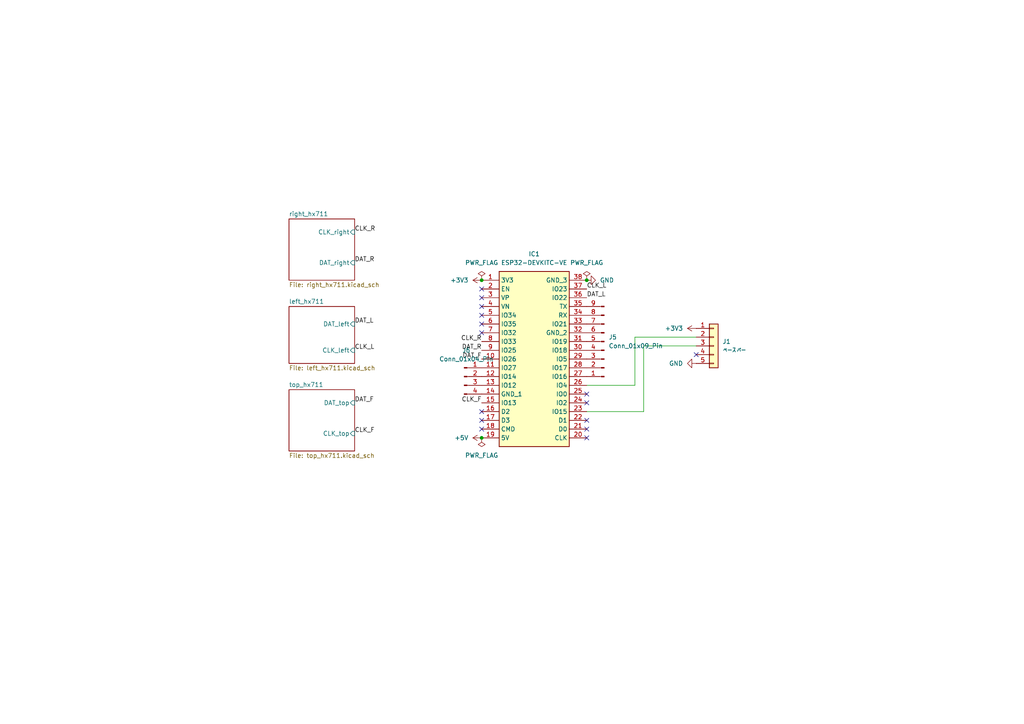
<source format=kicad_sch>
(kicad_sch (version 20231120) (generator "eeschema") (generator_version "8.0")
  (paper "A4")
  (lib_symbols
    (symbol "Connector:Conn_01x04_Pin" (pin_names (offset 1.016) hide)
      (property "Reference" "J" (at 0 5.08 0))
      (property "Value" "Conn_01x04_Pin" (at 0 -7.62 0))
      (symbol "Conn_01x04_Pin_1_1"
        (polyline (pts (xy 1.27 -5.08) (xy 0.8636 -5.08)) (stroke (width 0.1524)))
        (polyline (pts (xy 1.27 -2.54) (xy 0.8636 -2.54)) (stroke (width 0.1524)))
        (polyline (pts (xy 1.27 0) (xy 0.8636 0)) (stroke (width 0.1524)))
        (polyline (pts (xy 1.27 2.54) (xy 0.8636 2.54)) (stroke (width 0.1524)))
        (rectangle (start 0.8636 -4.953) (end 0 -5.207) (stroke (width 0.1524)) (fill (type outline)))
        (rectangle (start 0.8636 -2.413) (end 0 -2.667) (stroke (width 0.1524)) (fill (type outline)))
        (rectangle (start 0.8636 0.127) (end 0 -0.127) (stroke (width 0.1524)) (fill (type outline)))
        (rectangle (start 0.8636 2.667) (end 0 2.413) (stroke (width 0.1524)) (fill (type outline)))
        (pin passive line (at 5.08 2.54 180) (length 3.81) (name "Pin_1") (number "1"))
        (pin passive line (at 5.08 0 180) (length 3.81) (name "Pin_2") (number "2"))
        (pin passive line (at 5.08 -2.54 180) (length 3.81) (name "Pin_3") (number "3"))
        (pin passive line (at 5.08 -5.08 180) (length 3.81) (name "Pin_4") (number "4"))
      )
    )
    (symbol "Connector:Conn_01x09_Pin" (pin_names (offset 1.016) hide)
      (property "Reference" "J" (at 0 12.7 0))
      (property "Value" "Conn_01x09_Pin" (at 0 -12.7 0))
      (symbol "Conn_01x09_Pin_1_1"
        (polyline (pts (xy 1.27 -10.16) (xy 0.8636 -10.16)) (stroke (width 0.1524)))
        (polyline (pts (xy 1.27 -7.62) (xy 0.8636 -7.62)) (stroke (width 0.1524)))
        (polyline (pts (xy 1.27 -5.08) (xy 0.8636 -5.08)) (stroke (width 0.1524)))
        (polyline (pts (xy 1.27 -2.54) (xy 0.8636 -2.54)) (stroke (width 0.1524)))
        (polyline (pts (xy 1.27 0) (xy 0.8636 0)) (stroke (width 0.1524)))
        (polyline (pts (xy 1.27 2.54) (xy 0.8636 2.54)) (stroke (width 0.1524)))
        (polyline (pts (xy 1.27 5.08) (xy 0.8636 5.08)) (stroke (width 0.1524)))
        (polyline (pts (xy 1.27 7.62) (xy 0.8636 7.62)) (stroke (width 0.1524)))
        (polyline (pts (xy 1.27 10.16) (xy 0.8636 10.16)) (stroke (width 0.1524)))
        (rectangle (start 0.8636 -10.033) (end 0 -10.287) (stroke (width 0.1524)) (fill (type outline)))
        (rectangle (start 0.8636 -7.493) (end 0 -7.747) (stroke (width 0.1524)) (fill (type outline)))
        (rectangle (start 0.8636 -4.953) (end 0 -5.207) (stroke (width 0.1524)) (fill (type outline)))
        (rectangle (start 0.8636 -2.413) (end 0 -2.667) (stroke (width 0.1524)) (fill (type outline)))
        (rectangle (start 0.8636 0.127) (end 0 -0.127) (stroke (width 0.1524)) (fill (type outline)))
        (rectangle (start 0.8636 2.667) (end 0 2.413) (stroke (width 0.1524)) (fill (type outline)))
        (rectangle (start 0.8636 5.207) (end 0 4.953) (stroke (width 0.1524)) (fill (type outline)))
        (rectangle (start 0.8636 7.747) (end 0 7.493) (stroke (width 0.1524)) (fill (type outline)))
        (rectangle (start 0.8636 10.287) (end 0 10.033) (stroke (width 0.1524)) (fill (type outline)))
        (pin passive line (at 5.08 10.16 180) (length 3.81) (name "Pin_1") (number "1"))
        (pin passive line (at 5.08 7.62 180) (length 3.81) (name "Pin_2") (number "2"))
        (pin passive line (at 5.08 5.08 180) (length 3.81) (name "Pin_3") (number "3"))
        (pin passive line (at 5.08 2.54 180) (length 3.81) (name "Pin_4") (number "4"))
        (pin passive line (at 5.08 0 180) (length 3.81) (name "Pin_5") (number "5"))
        (pin passive line (at 5.08 -2.54 180) (length 3.81) (name "Pin_6") (number "6"))
        (pin passive line (at 5.08 -5.08 180) (length 3.81) (name "Pin_7") (number "7"))
        (pin passive line (at 5.08 -7.62 180) (length 3.81) (name "Pin_8") (number "8"))
        (pin passive line (at 5.08 -10.16 180) (length 3.81) (name "Pin_9") (number "9"))
      )
    )
    (symbol "Connector_Generic:Conn_01x05" (pin_names (offset 1.016) hide)
      (property "Reference" "J" (at 0 7.62 0))
      (property "Value" "Conn_01x05" (at 0 -7.62 0))
      (symbol "Conn_01x05_1_1"
        (rectangle (start -1.27 -4.953) (end 0 -5.207) (stroke (width 0.1524)))
        (rectangle (start -1.27 -2.413) (end 0 -2.667) (stroke (width 0.1524)))
        (rectangle (start -1.27 0.127) (end 0 -0.127) (stroke (width 0.1524)))
        (rectangle (start -1.27 2.667) (end 0 2.413) (stroke (width 0.1524)))
        (rectangle (start -1.27 5.207) (end 0 4.953) (stroke (width 0.1524)))
        (rectangle (start -1.27 6.35) (end 1.27 -6.35) (stroke (width 0.254)) (fill (type background)))
        (pin passive line (at -5.08 5.08 0) (length 3.81) (name "Pin_1") (number "1"))
        (pin passive line (at -5.08 2.54 0) (length 3.81) (name "Pin_2") (number "2"))
        (pin passive line (at -5.08 0 0) (length 3.81) (name "Pin_3") (number "3"))
        (pin passive line (at -5.08 -2.54 0) (length 3.81) (name "Pin_4") (number "4"))
        (pin passive line (at -5.08 -5.08 0) (length 3.81) (name "Pin_5") (number "5"))
      )
    )
    (symbol "SamacSys_Parts:ESP32-DEVKITC-VE"
      (property "Reference" "IC" (at 26.67 7.62 0))
      (property "Value" "ESP32-DEVKITC-VE" (at 26.67 5.08 0))
      (symbol "ESP32-DEVKITC-VE_1_1"
        (rectangle (start 5.08 2.54) (end 25.4 -48.26) (stroke (width 0.254)) (fill (type background)))
        (pin passive line (at 0 0 0) (length 5.08) (name "3V3") (number "1"))
        (pin passive line (at 0 -22.86 0) (length 5.08) (name "IO26") (number "10"))
        (pin passive line (at 0 -25.4 0) (length 5.08) (name "IO27") (number "11"))
        (pin passive line (at 0 -27.94 0) (length 5.08) (name "IO14") (number "12"))
        (pin passive line (at 0 -30.48 0) (length 5.08) (name "IO12") (number "13"))
        (pin passive line (at 0 -33.02 0) (length 5.08) (name "GND_1") (number "14"))
        (pin passive line (at 0 -35.56 0) (length 5.08) (name "IO13") (number "15"))
        (pin passive line (at 0 -38.1 0) (length 5.08) (name "D2") (number "16"))
        (pin passive line (at 0 -40.64 0) (length 5.08) (name "D3") (number "17"))
        (pin passive line (at 0 -43.18 0) (length 5.08) (name "CMD") (number "18"))
        (pin passive line (at 0 -45.72 0) (length 5.08) (name "5V") (number "19"))
        (pin passive line (at 0 -2.54 0) (length 5.08) (name "EN") (number "2"))
        (pin passive line (at 30.48 -45.72 180) (length 5.08) (name "CLK") (number "20"))
        (pin passive line (at 30.48 -43.18 180) (length 5.08) (name "D0") (number "21"))
        (pin passive line (at 30.48 -40.64 180) (length 5.08) (name "D1") (number "22"))
        (pin passive line (at 30.48 -38.1 180) (length 5.08) (name "IO15") (number "23"))
        (pin passive line (at 30.48 -35.56 180) (length 5.08) (name "IO2") (number "24"))
        (pin passive line (at 30.48 -33.02 180) (length 5.08) (name "IO0") (number "25"))
        (pin passive line (at 30.48 -30.48 180) (length 5.08) (name "IO4") (number "26"))
        (pin passive line (at 30.48 -27.94 180) (length 5.08) (name "IO16") (number "27"))
        (pin passive line (at 30.48 -25.4 180) (length 5.08) (name "IO17") (number "28"))
        (pin passive line (at 30.48 -22.86 180) (length 5.08) (name "IO5") (number "29"))
        (pin passive line (at 0 -5.08 0) (length 5.08) (name "VP") (number "3"))
        (pin passive line (at 30.48 -20.32 180) (length 5.08) (name "IO18") (number "30"))
        (pin passive line (at 30.48 -17.78 180) (length 5.08) (name "IO19") (number "31"))
        (pin passive line (at 30.48 -15.24 180) (length 5.08) (name "GND_2") (number "32"))
        (pin passive line (at 30.48 -12.7 180) (length 5.08) (name "IO21") (number "33"))
        (pin passive line (at 30.48 -10.16 180) (length 5.08) (name "RX") (number "34"))
        (pin passive line (at 30.48 -7.62 180) (length 5.08) (name "TX") (number "35"))
        (pin passive line (at 30.48 -5.08 180) (length 5.08) (name "IO22") (number "36"))
        (pin passive line (at 30.48 -2.54 180) (length 5.08) (name "IO23") (number "37"))
        (pin passive line (at 30.48 0 180) (length 5.08) (name "GND_3") (number "38"))
        (pin passive line (at 0 -7.62 0) (length 5.08) (name "VN") (number "4"))
        (pin passive line (at 0 -10.16 0) (length 5.08) (name "IO34") (number "5"))
        (pin passive line (at 0 -12.7 0) (length 5.08) (name "IO35") (number "6"))
        (pin passive line (at 0 -15.24 0) (length 5.08) (name "IO32") (number "7"))
        (pin passive line (at 0 -17.78 0) (length 5.08) (name "IO33") (number "8"))
        (pin passive line (at 0 -20.32 0) (length 5.08) (name "IO25") (number "9"))
      )
    )
    (symbol "power:+3V3" (power) (pin_numbers hide) (pin_names (offset 0) hide)
      (property "Value" "+3V3" (at 0 3.556 0))
      (symbol "+3V3_0_1"
        (polyline (pts (xy -0.762 1.27) (xy 0 2.54)))
        (polyline (pts (xy 0 0) (xy 0 2.54)))
        (polyline (pts (xy 0 2.54) (xy 0.762 1.27)))
      )
      (symbol "+3V3_1_1"
        (pin power_in line (at 0 0 90) (length 0) (name "~") (number "1"))
      )
    )
    (symbol "power:+5V" (power) (pin_numbers hide) (pin_names (offset 0) hide)
      (property "Value" "+5V" (at 0 3.556 0))
      (symbol "+5V_0_1"
        (polyline (pts (xy -0.762 1.27) (xy 0 2.54)))
        (polyline (pts (xy 0 0) (xy 0 2.54)))
        (polyline (pts (xy 0 2.54) (xy 0.762 1.27)))
      )
      (symbol "+5V_1_1"
        (pin power_in line (at 0 0 90) (length 0) (name "~") (number "1"))
      )
    )
    (symbol "power:GND" (power) (pin_numbers hide) (pin_names (offset 0) hide)
      (property "Value" "GND" (at 0 -3.81 0))
      (symbol "GND_0_1"
        (polyline (pts (xy 0 0) (xy 0 -1.27) (xy 1.27 -1.27) (xy 0 -2.54) (xy -1.27 -1.27) (xy 0 -1.27)))
      )
      (symbol "GND_1_1"
        (pin power_in line (at 0 0 270) (length 0) (name "~") (number "1"))
      )
    )
    (symbol "power:PWR_FLAG" (power) (pin_numbers hide) (pin_names (offset 0) hide)
      (property "Value" "PWR_FLAG" (at 0 3.81 0))
      (symbol "PWR_FLAG_0_0"
        (pin power_out line (at 0 0 90) (length 0) (name "~") (number "1"))
      )
      (symbol "PWR_FLAG_0_1"
        (polyline (pts (xy 0 0) (xy 0 1.27) (xy -1.016 1.905) (xy 0 2.54) (xy 1.016 1.905) (xy 0 1.27)))
      )
    )
  )
  (junction (at 139.7 81.28))
  (junction (at 170.18 81.28))
  (junction (at 139.7 127))
  (no_connect (at 170.18 121.92))
  (no_connect (at 139.7 96.52))
  (no_connect (at 139.7 83.82))
  (no_connect (at 170.18 127))
  (no_connect (at 170.18 116.84))
  (no_connect (at 139.7 121.92))
  (no_connect (at 139.7 93.98))
  (no_connect (at 139.7 91.44))
  (no_connect (at 170.18 114.3))
  (no_connect (at 201.93 102.87))
  (no_connect (at 139.7 88.9))
  (no_connect (at 139.7 86.36))
  (no_connect (at 139.7 119.38))
  (no_connect (at 139.7 124.46))
  (no_connect (at 170.18 124.46))
  (wire (pts (xy 201.93 100.33) (xy 186.69 100.33)))
  (wire (pts (xy 186.69 119.38) (xy 170.18 119.38)))
  (wire (pts (xy 184.15 97.79) (xy 201.93 97.79)))
  (wire (pts (xy 170.18 111.76) (xy 184.15 111.76)))
  (wire (pts (xy 184.15 111.76) (xy 184.15 97.79)))
  (wire (pts (xy 186.69 100.33) (xy 186.69 119.38)))
  (label "CLK_L" (at 102.87 101.6 0))
  (label "DAT_L" (at 102.87 93.98 0))
  (label "CLK_R" (at 139.7 99.06 180))
  (label "DAT_R" (at 102.87 76.2 0))
  (label "CLK_L" (at 170.18 83.82 0))
  (label "DAT_R" (at 139.7 101.6 180))
  (label "DAT_F" (at 102.87 116.84 0))
  (label "DAT_F" (at 139.7 104.14 180))
  (label "CLK_F" (at 139.7 116.84 180))
  (label "CLK_R" (at 102.87 67.31 0))
  (label "DAT_L" (at 170.18 86.36 0))
  (label "CLK_F" (at 102.87 125.73 0))
  (symbol (lib_id "power:GND") (at 201.93 105.41 270) (unit 1)
    (property "Reference" "#PWR021" (effects (hide yes)))
    (property "Value" "GND" (at 198.12 105.4099 90) (effects (justify right)))
    (property "Description" "Power symbol creates a global label with name \"GND\" , ground" (effects (hide yes)))
  )
  (symbol (lib_id "Connector_Generic:Conn_01x05") (at 207.01 100.33 0) (unit 1)
    (property "Reference" "J1" (at 209.55 99.0599 0) (effects (justify left)))
    (property "Value" "ベースバー" (at 209.55 101.5999 0) (effects (justify left)))
    (property "Footprint" "Connector_JST:JST_XH_B5B-XH-AM_1x05_P2.50mm_Vertical" (effects (hide yes)))
    (property "Description" "Generic connector, single row, 01x05, script generated (kicad-library-utils/schlib/autogen/connector/)" (effects (hide yes)))
  )
  (symbol (lib_id "Connector:Conn_01x04_Pin") (at 134.62 109.22 0) (unit 1)
    (property "Reference" "J6" (at 135.255 101.6 0))
    (property "Value" "Conn_01x04_Pin" (at 135.255 104.14 0))
    (property "Footprint" "Connector_PinHeader_2.54mm:PinHeader_1x04_P2.54mm_Vertical" (effects (hide yes)))
    (property "Description" "Generic connector, single row, 01x04, script generated" (effects (hide yes)))
  )
  (symbol (lib_id "power:+3V3") (at 139.7 81.28 90) (unit 1)
    (property "Reference" "#PWR023" (effects (hide yes)))
    (property "Value" "+3V3" (at 135.89 81.2799 90) (effects (justify left)))
    (property "Description" "Power symbol creates a global label with name \"+3V3\"" (effects (hide yes)))
  )
  (symbol (lib_id "power:+3V3") (at 201.93 95.25 90) (unit 1)
    (property "Reference" "#PWR019" (effects (hide yes)))
    (property "Value" "+3V3" (at 198.12 95.2499 90) (effects (justify left)))
    (property "Description" "Power symbol creates a global label with name \"+3V3\"" (effects (hide yes)))
  )
  (symbol (lib_id "power:PWR_FLAG") (at 139.7 127 180) (unit 1)
    (property "Reference" "#FLG01" (effects (hide yes)))
    (property "Value" "PWR_FLAG" (at 139.7 132.08 0))
    (property "Description" "Special symbol for telling ERC where power comes from" (effects (hide yes)))
  )
  (symbol (lib_id "SamacSys_Parts:ESP32-DEVKITC-VE") (at 139.7 81.28 0) (unit 1)
    (property "Reference" "IC1" (at 154.94 73.66 0))
    (property "Value" "ESP32-DEVKITC-VE" (at 154.94 76.2 0))
    (property "Footprint" "SamacSys_Parts:ESP32DEVKITCVE" (effects (hide yes)))
    (property "Datasheet" "https://docs.espressif.com/projects/esp-idf/en/latest/esp32/hw-reference/esp32/get-started-devkitc.html" (effects (hide yes)))
    (property "Description" "- ESP32-WROVER-E Transceiver; 802.11 b/g/n (Wi-Fi, WiFi, WLAN), Bluetooth Smart Ready 4.x Dual Mode 2.4GHz Evaluation Board" (effects (hide yes)))
    (property "Height" "5" (effects (hide yes)))
    (property "Manufacturer_Name" "Espressif Systems" (effects (hide yes)))
    (property "Manufacturer_Part_Number" "ESP32-DEVKITC-VE" (effects (hide yes)))
    (property "Mouser Part Number" "356-ESP32-DEVKTC32VE" (effects (hide yes)))
    (property "Mouser Price/Stock" "https://www.mouser.co.uk/ProductDetail/Espressif-Systems/ESP32-DevKitC-VE?qs=vmHwEFxEFR%252BnPxzX%2FBK62A%3D%3D" (effects (hide yes)))
  )
  (symbol (lib_id "power:PWR_FLAG") (at 139.7 81.28 0) (unit 1)
    (property "Reference" "#FLG03" (effects (hide yes)))
    (property "Value" "PWR_FLAG" (at 139.7 76.2 0))
    (property "Description" "Special symbol for telling ERC where power comes from" (effects (hide yes)))
  )
  (symbol (lib_id "power:PWR_FLAG") (at 170.18 81.28 0) (unit 1)
    (property "Reference" "#FLG02" (effects (hide yes)))
    (property "Value" "PWR_FLAG" (at 170.18 76.2 0))
    (property "Description" "Special symbol for telling ERC where power comes from" (effects (hide yes)))
  )
  (symbol (lib_id "Connector:Conn_01x09_Pin") (at 175.26 99.06 180) (unit 1)
    (property "Reference" "J5" (at 176.53 97.7899 0) (effects (justify right)))
    (property "Value" "Conn_01x09_Pin" (at 176.53 100.3299 0) (effects (justify right)))
    (property "Footprint" "Connector_PinHeader_2.54mm:PinHeader_1x09_P2.54mm_Vertical" (effects (hide yes)))
    (property "Description" "Generic connector, single row, 01x09, script generated" (effects (hide yes)))
  )
  (symbol (lib_id "power:GND") (at 170.18 81.28 90) (unit 1)
    (property "Reference" "#PWR022" (effects (hide yes)))
    (property "Value" "GND" (at 173.99 81.2799 90) (effects (justify right)))
    (property "Description" "Power symbol creates a global label with name \"GND\" , ground" (effects (hide yes)))
  )
  (symbol (lib_id "power:+5V") (at 139.7 127 90) (unit 1)
    (property "Reference" "#PWR018" (effects (hide yes)))
    (property "Value" "+5V" (at 135.89 126.9999 90) (effects (justify left)))
    (property "Description" "Power symbol creates a global label with name \"+5V\"" (effects (hide yes)))
  )
  (sheet (at 83.82 88.9) (size 19.05 16.51) (stroke (width 0.1524))
    (property "Sheetname" "left_hx711" (at 83.82 88.1884 0) (effects (justify left bottom)))
    (property "Sheetfile" "left_hx711.kicad_sch" (at 83.82 105.9946 0) (effects (justify left top)))
    (pin "DAT_left" input (at 102.87 93.98 0))
    (pin "CLK_left" input (at 102.87 101.6 0))
  )
  (sheet (at 83.82 63.5) (size 19.05 17.78) (stroke (width 0.1524))
    (property "Sheetname" "right_hx711" (at 83.82 62.7884 0) (effects (justify left bottom)))
    (property "Sheetfile" "right_hx711.kicad_sch" (at 83.82 81.8646 0) (effects (justify left top)))
    (pin "CLK_right" input (at 102.87 67.31 0))
    (pin "DAT_right" input (at 102.87 76.2 0))
  )
  (sheet (at 83.82 113.03) (size 19.05 17.78) (stroke (width 0.1524))
    (property "Sheetname" "top_hx711" (at 83.82 112.3184 0) (effects (justify left bottom)))
    (property "Sheetfile" "top_hx711.kicad_sch" (at 83.82 131.3946 0) (effects (justify left top)))
    (pin "DAT_top" input (at 102.87 116.84 0))
    (pin "CLK_top" input (at 102.87 125.73 0))
  )
)
</source>
